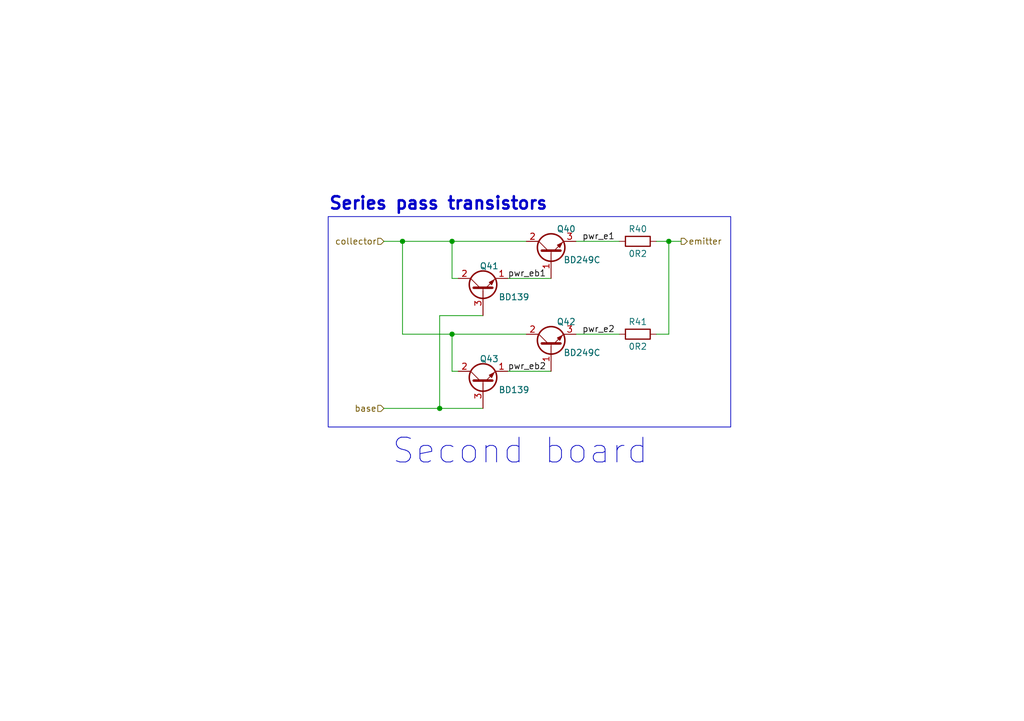
<source format=kicad_sch>
(kicad_sch (version 20231120) (generator "eeschema") (generator_version "8.0")
  (paper "A5")
  (title_block (title "DW3005T-power-board") (date "2024-02-26") (rev "1.0.0") (company "Dominik Workshop"))
  (lib_symbols
    (symbol "Device:R" (pin_numbers hide) (pin_names (offset 0))
      (property "Reference" "R" (at 2.032 0 90))
      (property "Value" "R" (at 0 0 90))
      (symbol "R_0_1"
        (rectangle (start -1.016 -2.54) (end 1.016 2.54) (stroke (width 0.254)))
      )
      (symbol "R_1_1"
        (pin passive line (at 0 3.81 270) (length 1.27) (name "~") (number "1"))
        (pin passive line (at 0 -3.81 90) (length 1.27) (name "~") (number "2"))
      )
    )
    (symbol "Transistor_BJT:BD139" (pin_names (offset 0) hide)
      (property "Reference" "Q" (at 5.08 1.905 0))
      (property "Value" "BD139" (at 5.08 0 0))
      (symbol "BD139_0_1"
        (polyline (pts (xy 0 0) (xy 0.635 0)))
        (polyline (pts (xy 2.54 -2.54) (xy 0.635 -0.635)))
        (polyline (pts (xy 2.54 2.54) (xy 0.635 0.635)))
        (polyline (pts (xy 0.635 1.905) (xy 0.635 -1.905) (xy 0.635 -1.905)) (stroke (width 0.508)) (fill (type outline)))
        (polyline (pts (xy 1.2446 -1.778) (xy 1.7526 -1.27) (xy 2.286 -2.286) (xy 1.2446 -1.778) (xy 1.2446 -1.778)) (fill (type outline)))
        (circle (center 1.27 0) (radius 2.8194) (stroke (width 0.3048)))
      )
      (symbol "BD139_1_1"
        (pin passive line (at 2.54 -5.08 90) (length 2.54) (name "E") (number "1"))
        (pin passive line (at 2.54 5.08 270) (length 2.54) (name "C") (number "2"))
        (pin input line (at -5.08 0 0) (length 5.08) (name "B") (number "3"))
      )
    )
    (symbol "Transistor_BJT:BD249C" (pin_names (offset 0) hide)
      (property "Reference" "Q" (at 6.35 1.905 0))
      (property "Value" "BD249C" (at 6.35 0 0))
      (symbol "BD249C_0_1"
        (polyline (pts (xy 0 0) (xy 0.635 0)))
        (polyline (pts (xy 2.54 2.54) (xy 0.635 0.635)))
        (polyline (pts (xy 0.635 1.905) (xy 0.635 -1.905) (xy 0.635 -1.905)) (stroke (width 0.508)))
        (polyline (pts (xy 2.286 -2.286) (xy 1.778 -1.778) (xy 1.778 -1.778)))
        (polyline (pts (xy 2.54 -2.54) (xy 0.635 -0.635) (xy 1.27 -1.27)) (fill (type outline)))
        (polyline (pts (xy 1.27 -1.778) (xy 1.778 -1.27) (xy 2.286 -2.286) (xy 1.27 -1.778) (xy 1.27 -1.778)) (fill (type outline)))
        (circle (center 1.27 0) (radius 2.8194) (stroke (width 0.3048)))
      )
      (symbol "BD249C_1_1"
        (pin input line (at -5.08 0 0) (length 5.08) (name "B") (number "1"))
        (pin passive line (at 2.54 5.08 270) (length 2.54) (name "C") (number "2"))
        (pin passive line (at 2.54 -5.08 90) (length 2.54) (name "E") (number "3"))
      )
    )
  )
  (junction (at 90.17 83.82))
  (junction (at 137.16 49.53))
  (junction (at 82.55 49.53))
  (junction (at 92.71 49.53))
  (junction (at 92.71 68.58))
  (wire (pts (xy 78.74 83.82) (xy 90.17 83.82)))
  (wire (pts (xy 137.16 49.53) (xy 137.16 68.58)))
  (wire (pts (xy 92.71 49.53) (xy 92.71 57.15)))
  (wire (pts (xy 118.11 68.58) (xy 127 68.58)))
  (wire (pts (xy 82.55 49.53) (xy 92.71 49.53)))
  (wire (pts (xy 99.06 83.82) (xy 90.17 83.82)))
  (wire (pts (xy 82.55 68.58) (xy 92.71 68.58)))
  (wire (pts (xy 104.14 76.2) (xy 113.03 76.2)))
  (wire (pts (xy 134.62 49.53) (xy 137.16 49.53)))
  (wire (pts (xy 92.71 68.58) (xy 107.95 68.58)))
  (wire (pts (xy 92.71 49.53) (xy 107.95 49.53)))
  (wire (pts (xy 118.11 49.53) (xy 127 49.53)))
  (wire (pts (xy 90.17 64.77) (xy 90.17 83.82)))
  (wire (pts (xy 137.16 49.53) (xy 139.7 49.53)))
  (wire (pts (xy 92.71 68.58) (xy 92.71 76.2)))
  (wire (pts (xy 92.71 57.15) (xy 93.98 57.15)))
  (wire (pts (xy 92.71 76.2) (xy 93.98 76.2)))
  (wire (pts (xy 99.06 64.77) (xy 90.17 64.77)))
  (wire (pts (xy 82.55 49.53) (xy 82.55 68.58)))
  (wire (pts (xy 134.62 68.58) (xy 137.16 68.58)))
  (wire (pts (xy 78.74 49.53) (xy 82.55 49.53)))
  (wire (pts (xy 104.14 57.15) (xy 113.03 57.15)))
  (rectangle (start 67.31 44.45) (end 149.86 87.63))
  (text "Series pass transistors" (at 67.31 41.91 0) (effects (font (size 2.54 2.54) (thickness 0.508) (bold yes)) (justify left)))
  (text "Second board\n" (at 106.68 92.71 0) (effects (font (size 5.08 5.08))))
  (label "pwr_e2" (at 119.38 68.58 0))
  (label "pwr_eb2" (at 104.14 76.2 0))
  (label "pwr_e1" (at 119.38 49.53 0))
  (label "pwr_eb1" (at 104.14 57.15 0))
  (hierarchical_label "emitter" (shape output) (at 139.7 49.53 0))
  (hierarchical_label "base" (shape input) (at 78.74 83.82 180))
  (hierarchical_label "collector" (shape input) (at 78.74 49.53 180))
  (symbol (lib_id "Device:R") (at 130.81 68.58 90) (unit 1)
    (property "Reference" "R41" (at 130.81 66.04 90))
    (property "Value" "0R2" (at 130.81 71.12 90))
    (property "Footprint" "Resistor_THT:R_Axial_DIN0414_L11.9mm_D4.5mm_P15.24mm_Horizontal" (effects (hide yes)))
    (instances (project "pcb-sec" (path "" (reference "R41") (unit 1))) (project "PSU" (path "" (reference "R204") (unit 1))))
  )
  (symbol (lib_id "Transistor_BJT:BD139") (at 99.06 59.69 90) (unit 1)
    (property "Reference" "Q41" (at 100.33 54.61 90))
    (property "Value" "BD139" (at 105.41 60.96 90))
    (property "Footprint" "Package_TO_SOT_THT:TO-126-3_Horizontal_TabUp" (effects (hide yes)))
    (property "Datasheet" "http://www.st.com/internet/com/TECHNICAL_RESOURCES/TECHNICAL_LITERATURE/DATASHEET/CD00001225.pdf" (effects (hide yes)))
    (instances (project "pcb-sec" (path "" (reference "Q41") (unit 1))) (project "PSU" (path "" (reference "Q202") (unit 1))))
  )
  (symbol (lib_id "Transistor_BJT:BD139") (at 99.06 78.74 90) (unit 1)
    (property "Reference" "Q43" (at 100.33 73.66 90))
    (property "Value" "BD139" (at 105.41 80.01 90))
    (property "Footprint" "Package_TO_SOT_THT:TO-126-3_Horizontal_TabUp" (effects (hide yes)))
    (property "Datasheet" "http://www.st.com/internet/com/TECHNICAL_RESOURCES/TECHNICAL_LITERATURE/DATASHEET/CD00001225.pdf" (effects (hide yes)))
    (instances (project "pcb-sec" (path "" (reference "Q43") (unit 1))) (project "PSU" (path "" (reference "Q205") (unit 1))))
  )
  (symbol (lib_id "Device:R") (at 130.81 49.53 90) (unit 1)
    (property "Reference" "R40" (at 130.81 46.99 90))
    (property "Value" "0R2" (at 130.81 52.07 90))
    (property "Footprint" "Resistor_THT:R_Axial_DIN0414_L11.9mm_D4.5mm_P15.24mm_Horizontal" (effects (hide yes)))
    (instances (project "pcb-sec" (path "" (reference "R40") (unit 1))) (project "PSU" (path "" (reference "R201") (unit 1))))
  )
  (symbol (lib_id "Transistor_BJT:BD249C") (at 113.03 71.12 90) (unit 1)
    (property "Reference" "Q42" (at 118.11 66.04 90) (effects (justify left)))
    (property "Value" "BD249C" (at 123.19 72.39 90) (effects (justify left)))
    (property "Footprint" "Package_TO_SOT_THT:TO-247-3_Horizontal_TabUp" (effects (hide yes)))
    (property "Datasheet" "http://www.mospec.com.tw/pdf/power/BD249.pdf" (effects (hide yes)))
    (instances (project "pcb-sec" (path "" (reference "Q42") (unit 1))) (project "PSU" (path "" (reference "Q203") (unit 1))))
  )
  (symbol (lib_id "Transistor_BJT:BD249C") (at 113.03 52.07 90) (unit 1)
    (property "Reference" "Q40" (at 118.11 46.99 90) (effects (justify left)))
    (property "Value" "BD249C" (at 123.19 53.34 90) (effects (justify left)))
    (property "Footprint" "Package_TO_SOT_THT:TO-247-3_Horizontal_TabUp" (effects (hide yes)))
    (property "Datasheet" "http://www.mospec.com.tw/pdf/power/BD249.pdf" (effects (hide yes)))
    (instances (project "pcb-sec" (path "" (reference "Q40") (unit 1))) (project "PSU" (path "" (reference "Q201") (unit 1))))
  )
)
</source>
